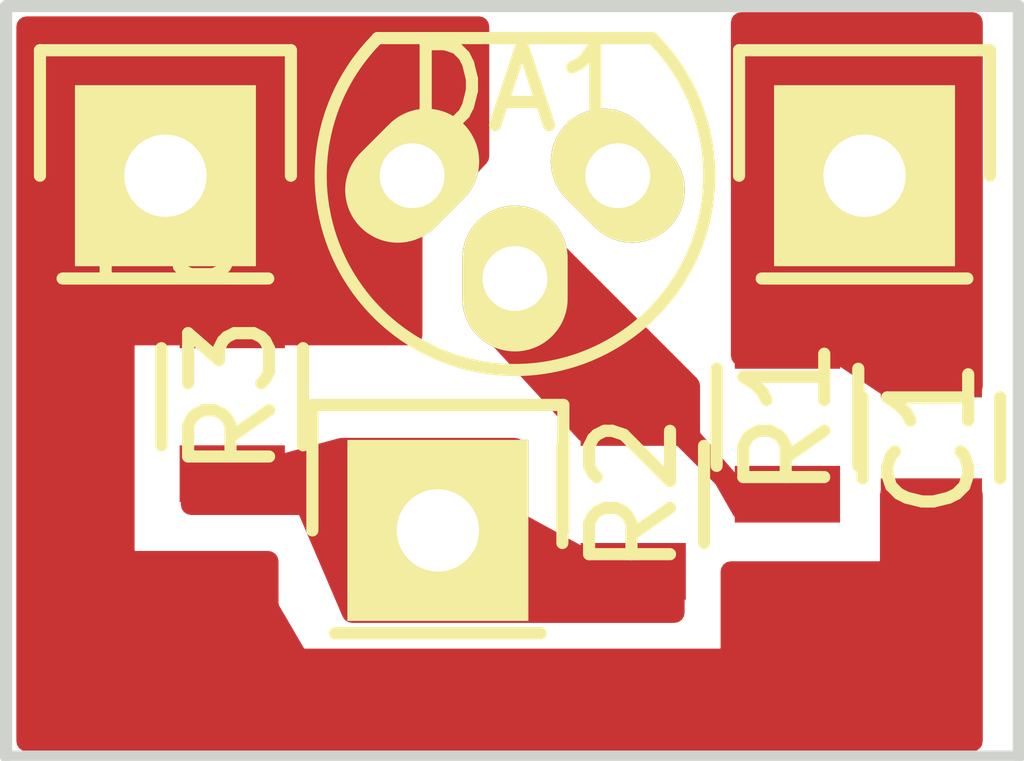
<source format=kicad_pcb>
(kicad_pcb (version 4) (host pcbnew 4.0.0~rc1a-stable)

  (general
    (links 9)
    (no_connects 0)
    (area 12.116999 11.8925 24.847001 21.538001)
    (thickness 1.6)
    (drawings 4)
    (tracks 25)
    (zones 0)
    (modules 8)
    (nets 6)
  )

  (page A4)
  (layers
    (0 F.Cu signal)
    (31 B.Cu signal)
    (32 B.Adhes user)
    (33 F.Adhes user)
    (34 B.Paste user)
    (35 F.Paste user)
    (36 B.SilkS user)
    (37 F.SilkS user)
    (38 B.Mask user)
    (39 F.Mask user)
    (40 Dwgs.User user)
    (41 Cmts.User user)
    (42 Eco1.User user)
    (43 Eco2.User user)
    (44 Edge.Cuts user)
    (45 Margin user)
    (46 B.CrtYd user)
    (47 F.CrtYd user)
    (48 B.Fab user)
    (49 F.Fab user)
  )

  (setup
    (last_trace_width 0.25)
    (trace_clearance 0.2)
    (zone_clearance 0)
    (zone_45_only no)
    (trace_min 0.2)
    (segment_width 0.2)
    (edge_width 0.15)
    (via_size 0.6)
    (via_drill 0.4)
    (via_min_size 0.4)
    (via_min_drill 0.3)
    (uvia_size 0.3)
    (uvia_drill 0.1)
    (uvias_allowed no)
    (uvia_min_size 0.2)
    (uvia_min_drill 0.1)
    (pcb_text_width 0.3)
    (pcb_text_size 1.5 1.5)
    (mod_edge_width 0.15)
    (mod_text_size 1 1)
    (mod_text_width 0.15)
    (pad_size 1.524 1.524)
    (pad_drill 0.762)
    (pad_to_mask_clearance 0.2)
    (aux_axis_origin 0 0)
    (visible_elements FFFFFF7F)
    (pcbplotparams
      (layerselection 0x00030_80000001)
      (usegerberextensions false)
      (excludeedgelayer true)
      (linewidth 0.100000)
      (plotframeref false)
      (viasonmask false)
      (mode 1)
      (useauxorigin false)
      (hpglpennumber 1)
      (hpglpenspeed 20)
      (hpglpendiameter 15)
      (hpglpenoverlay 2)
      (psnegative false)
      (psa4output false)
      (plotreference true)
      (plotvalue true)
      (plotinvisibletext false)
      (padsonsilk false)
      (subtractmaskfromsilk false)
      (outputformat 1)
      (mirror false)
      (drillshape 1)
      (scaleselection 1)
      (outputdirectory /home/fossa/Projects/Electronics/PowerUnitCoolerController/Hardware/))
  )

  (net 0 "")
  (net 1 "Net-(C1-Pad1)")
  (net 2 "Net-(C1-Pad2)")
  (net 3 "Net-(DA1-Pad2)")
  (net 4 "Net-(DA1-Pad1)")
  (net 5 "Net-(P2-Pad1)")

  (net_class Default "This is the default net class."
    (clearance 0.2)
    (trace_width 0.25)
    (via_dia 0.6)
    (via_drill 0.4)
    (uvia_dia 0.3)
    (uvia_drill 0.1)
    (add_net "Net-(C1-Pad1)")
    (add_net "Net-(C1-Pad2)")
    (add_net "Net-(DA1-Pad1)")
    (add_net "Net-(DA1-Pad2)")
    (add_net "Net-(P2-Pad1)")
  )

  (module Capacitors_SMD:C_0805 (layer F.Cu) (tedit 56A7F006) (tstamp 56A7EE73)
    (at 23.622 17.526 270)
    (descr "Capacitor SMD 0805, reflow soldering, AVX (see smccp.pdf)")
    (tags "capacitor 0805")
    (path /56A7EBC9)
    (attr smd)
    (fp_text reference C1 (at 0 0 270) (layer F.SilkS)
      (effects (font (size 1 1) (thickness 0.15)))
    )
    (fp_text value 0.1uF (at 0 0 270) (layer F.Fab)
      (effects (font (size 1 1) (thickness 0.15)))
    )
    (fp_line (start -1.8 -1) (end 1.8 -1) (layer F.CrtYd) (width 0.05))
    (fp_line (start -1.8 1) (end 1.8 1) (layer F.CrtYd) (width 0.05))
    (fp_line (start -1.8 -1) (end -1.8 1) (layer F.CrtYd) (width 0.05))
    (fp_line (start 1.8 -1) (end 1.8 1) (layer F.CrtYd) (width 0.05))
    (fp_line (start 0.5 -0.85) (end -0.5 -0.85) (layer F.SilkS) (width 0.15))
    (fp_line (start -0.5 0.85) (end 0.5 0.85) (layer F.SilkS) (width 0.15))
    (pad 1 smd rect (at -1 0 270) (size 1 1.25) (layers F.Cu F.Paste F.Mask)
      (net 1 "Net-(C1-Pad1)"))
    (pad 2 smd rect (at 1 0 270) (size 1 1.25) (layers F.Cu F.Paste F.Mask)
      (net 2 "Net-(C1-Pad2)"))
    (model Capacitors_SMD.3dshapes/C_0805.wrl
      (at (xyz 0 0 0))
      (scale (xyz 1 1 1))
      (rotate (xyz 0 0 0))
    )
  )

  (module Housings_TO-92:TO-92_Molded_Narrow_Oval (layer F.Cu) (tedit 56A7F470) (tstamp 56A7EE7A)
    (at 19.7485 14.2875 180)
    (descr "TO-92 leads molded, narrow, oval pads, drill 0.8mm (see NXP sot054_po.pdf)")
    (tags "to-92 sc-43 sc-43a sot54 PA33 transistor")
    (path /56A7EAD6)
    (fp_text reference DA1 (at 1.2065 1.0795 180) (layer F.SilkS)
      (effects (font (size 1 1) (thickness 0.15)))
    )
    (fp_text value LM335 (at 1.27 1.27 360) (layer F.Fab)
      (effects (font (size 1 1) (thickness 0.15)))
    )
    (fp_line (start -1.4 1.95) (end -1.4 -2.65) (layer F.CrtYd) (width 0.05))
    (fp_line (start -1.4 1.95) (end 3.95 1.95) (layer F.CrtYd) (width 0.05))
    (fp_line (start -0.43 1.7) (end 2.97 1.7) (layer F.SilkS) (width 0.15))
    (fp_arc (start 1.27 0) (end 1.27 -2.4) (angle -135) (layer F.SilkS) (width 0.15))
    (fp_arc (start 1.27 0) (end 1.27 -2.4) (angle 135) (layer F.SilkS) (width 0.15))
    (fp_line (start -1.4 -2.65) (end 3.95 -2.65) (layer F.CrtYd) (width 0.05))
    (fp_line (start 3.95 1.95) (end 3.95 -2.65) (layer F.CrtYd) (width 0.05))
    (pad 2 thru_hole oval (at 1.27 -1.27 270) (size 1.80086 1.30048) (drill 0.8) (layers *.Cu *.Mask F.SilkS)
      (net 3 "Net-(DA1-Pad2)"))
    (pad 1 thru_hole oval (at 0 0 225) (size 1.30048 1.80086) (drill 0.8) (layers *.Cu *.Mask F.SilkS)
      (net 4 "Net-(DA1-Pad1)"))
    (pad 3 thru_hole oval (at 2.54 0 225) (size 1.80086 1.30048) (drill 0.8) (layers *.Cu *.Mask F.SilkS)
      (net 2 "Net-(C1-Pad2)"))
    (model Housings_TO-92.3dshapes/TO-92_Molded_Narrow_Oval.wrl
      (at (xyz 0.05 0 0))
      (scale (xyz 1 1 1))
      (rotate (xyz 0 0 -90))
    )
  )

  (module Pin_Headers:Pin_Header_Straight_1x01 (layer F.Cu) (tedit 56A7F016) (tstamp 56A7EE7F)
    (at 22.7965 14.2875)
    (descr "Through hole pin header")
    (tags "pin header")
    (path /56A7F7FB)
    (fp_text reference P1 (at 0 0.508) (layer F.SilkS)
      (effects (font (size 1 1) (thickness 0.15)))
    )
    (fp_text value VCC (at 0 -1.016) (layer F.Fab)
      (effects (font (size 1 1) (thickness 0.15)))
    )
    (fp_line (start 1.55 -1.55) (end 1.55 0) (layer F.SilkS) (width 0.15))
    (fp_line (start -1.75 -1.75) (end -1.75 1.75) (layer F.CrtYd) (width 0.05))
    (fp_line (start 1.75 -1.75) (end 1.75 1.75) (layer F.CrtYd) (width 0.05))
    (fp_line (start -1.75 -1.75) (end 1.75 -1.75) (layer F.CrtYd) (width 0.05))
    (fp_line (start -1.75 1.75) (end 1.75 1.75) (layer F.CrtYd) (width 0.05))
    (fp_line (start -1.55 0) (end -1.55 -1.55) (layer F.SilkS) (width 0.15))
    (fp_line (start -1.55 -1.55) (end 1.55 -1.55) (layer F.SilkS) (width 0.15))
    (fp_line (start -1.27 1.27) (end 1.27 1.27) (layer F.SilkS) (width 0.15))
    (pad 1 thru_hole rect (at 0 0) (size 2.2352 2.2352) (drill 1.016) (layers *.Cu *.Mask F.SilkS)
      (net 1 "Net-(C1-Pad1)"))
    (model Pin_Headers.3dshapes/Pin_Header_Straight_1x01.wrl
      (at (xyz 0 0 0))
      (scale (xyz 1 1 1))
      (rotate (xyz 0 0 90))
    )
  )

  (module Pin_Headers:Pin_Header_Straight_1x01 (layer F.Cu) (tedit 56A7F01B) (tstamp 56A7EE84)
    (at 17.526 18.669)
    (descr "Through hole pin header")
    (tags "pin header")
    (path /56A7F662)
    (fp_text reference P2 (at 0 0.508) (layer F.SilkS)
      (effects (font (size 1 1) (thickness 0.15)))
    )
    (fp_text value OUT (at 0 -0.762) (layer F.Fab)
      (effects (font (size 1 1) (thickness 0.15)))
    )
    (fp_line (start 1.55 -1.55) (end 1.55 0) (layer F.SilkS) (width 0.15))
    (fp_line (start -1.75 -1.75) (end -1.75 1.75) (layer F.CrtYd) (width 0.05))
    (fp_line (start 1.75 -1.75) (end 1.75 1.75) (layer F.CrtYd) (width 0.05))
    (fp_line (start -1.75 -1.75) (end 1.75 -1.75) (layer F.CrtYd) (width 0.05))
    (fp_line (start -1.75 1.75) (end 1.75 1.75) (layer F.CrtYd) (width 0.05))
    (fp_line (start -1.55 0) (end -1.55 -1.55) (layer F.SilkS) (width 0.15))
    (fp_line (start -1.55 -1.55) (end 1.55 -1.55) (layer F.SilkS) (width 0.15))
    (fp_line (start -1.27 1.27) (end 1.27 1.27) (layer F.SilkS) (width 0.15))
    (pad 1 thru_hole rect (at 0 0) (size 2.2352 2.2352) (drill 1.016) (layers *.Cu *.Mask F.SilkS)
      (net 5 "Net-(P2-Pad1)"))
    (model Pin_Headers.3dshapes/Pin_Header_Straight_1x01.wrl
      (at (xyz 0 0 0))
      (scale (xyz 1 1 1))
      (rotate (xyz 0 0 90))
    )
  )

  (module Pin_Headers:Pin_Header_Straight_1x01 (layer F.Cu) (tedit 56A7F03B) (tstamp 56A7EE89)
    (at 14.1605 14.2875)
    (descr "Through hole pin header")
    (tags "pin header")
    (path /56A7F455)
    (fp_text reference P3 (at 0 0.762) (layer F.SilkS)
      (effects (font (size 1 1) (thickness 0.15)))
    )
    (fp_text value GND (at 0 1.27) (layer F.Fab)
      (effects (font (size 1 1) (thickness 0.15)))
    )
    (fp_line (start 1.55 -1.55) (end 1.55 0) (layer F.SilkS) (width 0.15))
    (fp_line (start -1.75 -1.75) (end -1.75 1.75) (layer F.CrtYd) (width 0.05))
    (fp_line (start 1.75 -1.75) (end 1.75 1.75) (layer F.CrtYd) (width 0.05))
    (fp_line (start -1.75 -1.75) (end 1.75 -1.75) (layer F.CrtYd) (width 0.05))
    (fp_line (start -1.75 1.75) (end 1.75 1.75) (layer F.CrtYd) (width 0.05))
    (fp_line (start -1.55 0) (end -1.55 -1.55) (layer F.SilkS) (width 0.15))
    (fp_line (start -1.55 -1.55) (end 1.55 -1.55) (layer F.SilkS) (width 0.15))
    (fp_line (start -1.27 1.27) (end 1.27 1.27) (layer F.SilkS) (width 0.15))
    (pad 1 thru_hole rect (at 0 0) (size 2.2352 2.2352) (drill 1.016) (layers *.Cu *.Mask F.SilkS)
      (net 2 "Net-(C1-Pad2)"))
    (model Pin_Headers.3dshapes/Pin_Header_Straight_1x01.wrl
      (at (xyz 0 0 0))
      (scale (xyz 1 1 1))
      (rotate (xyz 0 0 90))
    )
  )

  (module Resistors_SMD:R_0805 (layer F.Cu) (tedit 56A7EFFF) (tstamp 56A7EE8F)
    (at 21.844 17.272 270)
    (descr "Resistor SMD 0805, reflow soldering, Vishay (see dcrcw.pdf)")
    (tags "resistor 0805")
    (path /56A7ECF2)
    (attr smd)
    (fp_text reference R1 (at 0 0 270) (layer F.SilkS)
      (effects (font (size 1 1) (thickness 0.15)))
    )
    (fp_text value 4k7 (at 0 0 270) (layer F.Fab)
      (effects (font (size 1 1) (thickness 0.15)))
    )
    (fp_line (start -1.6 -1) (end 1.6 -1) (layer F.CrtYd) (width 0.05))
    (fp_line (start -1.6 1) (end 1.6 1) (layer F.CrtYd) (width 0.05))
    (fp_line (start -1.6 -1) (end -1.6 1) (layer F.CrtYd) (width 0.05))
    (fp_line (start 1.6 -1) (end 1.6 1) (layer F.CrtYd) (width 0.05))
    (fp_line (start 0.6 0.875) (end -0.6 0.875) (layer F.SilkS) (width 0.15))
    (fp_line (start -0.6 -0.875) (end 0.6 -0.875) (layer F.SilkS) (width 0.15))
    (pad 1 smd rect (at -0.95 0 270) (size 0.7 1.3) (layers F.Cu F.Paste F.Mask)
      (net 1 "Net-(C1-Pad1)"))
    (pad 2 smd rect (at 0.95 0 270) (size 0.7 1.3) (layers F.Cu F.Paste F.Mask)
      (net 3 "Net-(DA1-Pad2)"))
    (model Resistors_SMD.3dshapes/R_0805.wrl
      (at (xyz 0 0 0))
      (scale (xyz 1 1 1))
      (rotate (xyz 0 0 0))
    )
  )

  (module Resistors_SMD:R_0805 (layer F.Cu) (tedit 56A7F027) (tstamp 56A7EE95)
    (at 19.939 18.2245 270)
    (descr "Resistor SMD 0805, reflow soldering, Vishay (see dcrcw.pdf)")
    (tags "resistor 0805")
    (path /56A7EE95)
    (attr smd)
    (fp_text reference R2 (at 0 0 270) (layer F.SilkS)
      (effects (font (size 1 1) (thickness 0.15)))
    )
    (fp_text value 10k (at 0 0 270) (layer F.Fab)
      (effects (font (size 1 1) (thickness 0.15)))
    )
    (fp_line (start -1.6 -1) (end 1.6 -1) (layer F.CrtYd) (width 0.05))
    (fp_line (start -1.6 1) (end 1.6 1) (layer F.CrtYd) (width 0.05))
    (fp_line (start -1.6 -1) (end -1.6 1) (layer F.CrtYd) (width 0.05))
    (fp_line (start 1.6 -1) (end 1.6 1) (layer F.CrtYd) (width 0.05))
    (fp_line (start 0.6 0.875) (end -0.6 0.875) (layer F.SilkS) (width 0.15))
    (fp_line (start -0.6 -0.875) (end 0.6 -0.875) (layer F.SilkS) (width 0.15))
    (pad 1 smd rect (at -0.95 0 270) (size 0.7 1.3) (layers F.Cu F.Paste F.Mask)
      (net 3 "Net-(DA1-Pad2)"))
    (pad 2 smd rect (at 0.95 0 270) (size 0.7 1.3) (layers F.Cu F.Paste F.Mask)
      (net 5 "Net-(P2-Pad1)"))
    (model Resistors_SMD.3dshapes/R_0805.wrl
      (at (xyz 0 0 0))
      (scale (xyz 1 1 1))
      (rotate (xyz 0 0 0))
    )
  )

  (module Resistors_SMD:R_0805 (layer F.Cu) (tedit 56A7F031) (tstamp 56A7EE9B)
    (at 14.986 17.018 90)
    (descr "Resistor SMD 0805, reflow soldering, Vishay (see dcrcw.pdf)")
    (tags "resistor 0805")
    (path /56A7EF72)
    (attr smd)
    (fp_text reference R3 (at 0 0 90) (layer F.SilkS)
      (effects (font (size 1 1) (thickness 0.15)))
    )
    (fp_text value 20k (at 0 0 90) (layer F.Fab)
      (effects (font (size 1 1) (thickness 0.15)))
    )
    (fp_line (start -1.6 -1) (end 1.6 -1) (layer F.CrtYd) (width 0.05))
    (fp_line (start -1.6 1) (end 1.6 1) (layer F.CrtYd) (width 0.05))
    (fp_line (start -1.6 -1) (end -1.6 1) (layer F.CrtYd) (width 0.05))
    (fp_line (start 1.6 -1) (end 1.6 1) (layer F.CrtYd) (width 0.05))
    (fp_line (start 0.6 0.875) (end -0.6 0.875) (layer F.SilkS) (width 0.15))
    (fp_line (start -0.6 -0.875) (end 0.6 -0.875) (layer F.SilkS) (width 0.15))
    (pad 1 smd rect (at -0.95 0 90) (size 0.7 1.3) (layers F.Cu F.Paste F.Mask)
      (net 5 "Net-(P2-Pad1)"))
    (pad 2 smd rect (at 0.95 0 90) (size 0.7 1.3) (layers F.Cu F.Paste F.Mask)
      (net 2 "Net-(C1-Pad2)"))
    (model Resistors_SMD.3dshapes/R_0805.wrl
      (at (xyz 0 0 0))
      (scale (xyz 1 1 1))
      (rotate (xyz 0 0 0))
    )
  )

  (gr_line (start 12.192 21.463) (end 12.192 12.192) (angle 90) (layer Edge.Cuts) (width 0.15))
  (gr_line (start 24.7015 21.463) (end 12.192 21.463) (angle 90) (layer Edge.Cuts) (width 0.15))
  (gr_line (start 24.7015 12.192) (end 24.7015 21.463) (angle 90) (layer Edge.Cuts) (width 0.15))
  (gr_line (start 12.192 12.192) (end 24.7015 12.192) (angle 90) (layer Edge.Cuts) (width 0.15))

  (segment (start 21.844 16.322) (end 21.844 15.24) (width 0.25) (layer F.Cu) (net 1))
  (segment (start 21.844 15.24) (end 22.7965 14.2875) (width 0.25) (layer F.Cu) (net 1) (tstamp 56A7F3E2))
  (segment (start 23.622 16.526) (end 22.048 16.526) (width 0.25) (layer F.Cu) (net 1))
  (segment (start 22.048 16.526) (end 21.844 16.322) (width 0.25) (layer F.Cu) (net 1) (tstamp 56A7F3DF))
  (segment (start 22.7965 14.2875) (end 22.7965 15.7005) (width 0.25) (layer F.Cu) (net 1))
  (segment (start 22.7965 15.7005) (end 23.622 16.526) (width 0.25) (layer F.Cu) (net 1) (tstamp 56A7F3DC))
  (segment (start 23.622 18.526) (end 23.622 20.066) (width 0.25) (layer F.Cu) (net 2))
  (segment (start 12.954 15.494) (end 14.1605 14.2875) (width 0.25) (layer F.Cu) (net 2) (tstamp 56A7F43A))
  (segment (start 12.954 20.066) (end 12.954 15.494) (width 0.25) (layer F.Cu) (net 2) (tstamp 56A7F436))
  (segment (start 13.462 20.574) (end 12.954 20.066) (width 0.25) (layer F.Cu) (net 2) (tstamp 56A7F42E))
  (segment (start 23.114 20.574) (end 13.462 20.574) (width 0.25) (layer F.Cu) (net 2) (tstamp 56A7F42A))
  (segment (start 23.622 20.066) (end 23.114 20.574) (width 0.25) (layer F.Cu) (net 2) (tstamp 56A7F426))
  (segment (start 14.1605 14.2875) (end 17.2085 14.2875) (width 0.25) (layer F.Cu) (net 2))
  (segment (start 14.986 16.068) (end 14.986 15.113) (width 0.25) (layer F.Cu) (net 2))
  (segment (start 14.986 15.113) (end 14.1605 14.2875) (width 0.25) (layer F.Cu) (net 2) (tstamp 56A7F41C))
  (segment (start 19.939 17.2745) (end 19.939 17.018) (width 0.25) (layer F.Cu) (net 3))
  (segment (start 19.939 17.018) (end 18.4785 15.5575) (width 0.25) (layer F.Cu) (net 3) (tstamp 56A7F403))
  (segment (start 21.844 18.222) (end 21.27 18.222) (width 0.25) (layer F.Cu) (net 3))
  (segment (start 21.27 18.222) (end 20.3225 17.2745) (width 0.25) (layer F.Cu) (net 3) (tstamp 56A7F3EA))
  (segment (start 20.3225 17.2745) (end 19.939 17.2745) (width 0.25) (layer F.Cu) (net 3) (tstamp 56A7F3ED))
  (segment (start 17.526 18.669) (end 17.145 18.669) (width 0.25) (layer F.Cu) (net 5))
  (segment (start 17.145 18.669) (end 16.444 17.968) (width 0.25) (layer F.Cu) (net 5) (tstamp 56A7F40C))
  (segment (start 16.444 17.968) (end 14.986 17.968) (width 0.25) (layer F.Cu) (net 5) (tstamp 56A7F412))
  (segment (start 19.939 19.1745) (end 18.0315 19.1745) (width 0.25) (layer F.Cu) (net 5))
  (segment (start 18.0315 19.1745) (end 17.526 18.669) (width 0.25) (layer F.Cu) (net 5) (tstamp 56A7F408))

  (zone (net 1) (net_name "Net-(C1-Pad1)") (layer F.Cu) (tstamp 56A7F4C2) (hatch edge 0.508)
    (connect_pads yes (clearance 0))
    (min_thickness 0.254)
    (fill yes (arc_segments 16) (thermal_gap 0.508) (thermal_bridge_width 0.508))
    (polygon
      (pts
        (xy 24.257 17.018) (xy 24.1935 17.003346) (xy 24.1935 17.018) (xy 23.0505 17.018) (xy 22.479 16.637)
        (xy 21.1455 16.637) (xy 21.1455 12.2555) (xy 24.257 12.2555) (xy 24.257 17.018)
      )
    )
    (filled_polygon
      (pts
        (xy 24.13 16.891) (xy 23.088952 16.891) (xy 22.549447 16.53133) (xy 22.479 16.51) (xy 21.2725 16.51)
        (xy 21.2725 12.394) (xy 24.13 12.394)
      )
    )
  )
  (zone (net 2) (net_name "Net-(C1-Pad2)") (layer F.Cu) (tstamp 56A7F50D) (hatch edge 0.508)
    (connect_pads yes (clearance 0))
    (min_thickness 0.254)
    (fill yes (arc_segments 16) (thermal_gap 0.508) (thermal_bridge_width 0.508))
    (polygon
      (pts
        (xy 18.161 14.097) (xy 17.3355 14.986) (xy 17.3355 16.383) (xy 13.7795 16.383) (xy 13.7795 18.923)
        (xy 15.5575 18.923) (xy 15.5575 19.585214) (xy 15.875 20.1295) (xy 21.0185 20.1295) (xy 21.0185 19.05)
        (xy 22.987 19.05) (xy 22.987 18.0975) (xy 24.257 18.0975) (xy 24.257 21.3995) (xy 12.319 21.3995)
        (xy 12.319 12.319) (xy 18.161 12.319) (xy 18.161 14.097)
      )
    )
    (filled_polygon
      (pts
        (xy 18.034 14.047128) (xy 17.242435 14.899583) (xy 17.216146 14.942599) (xy 17.2085 14.986) (xy 17.2085 16.256)
        (xy 13.7795 16.256) (xy 13.73009 16.266006) (xy 13.688465 16.294447) (xy 13.661185 16.336841) (xy 13.6525 16.383)
        (xy 13.6525 18.923) (xy 13.662506 18.97241) (xy 13.690947 19.014035) (xy 13.733341 19.041315) (xy 13.7795 19.05)
        (xy 15.4305 19.05) (xy 15.4305 19.585214) (xy 15.4478 19.649206) (xy 15.7653 20.193492) (xy 15.798839 20.231129)
        (xy 15.844379 20.252753) (xy 15.875 20.2565) (xy 21.0185 20.2565) (xy 21.06791 20.246494) (xy 21.109535 20.218053)
        (xy 21.136815 20.175659) (xy 21.1455 20.1295) (xy 21.1455 19.177) (xy 22.987 19.177) (xy 23.03641 19.166994)
        (xy 23.078035 19.138553) (xy 23.105315 19.096159) (xy 23.114 19.05) (xy 23.114 18.2245) (xy 24.13 18.2245)
        (xy 24.13 21.2725) (xy 12.446 21.2725) (xy 12.446 12.446) (xy 18.034 12.446)
      )
    )
  )
  (zone (net 5) (net_name "Net-(P2-Pad1)") (layer F.Cu) (tstamp 56A7F55E) (hatch edge 0.508)
    (connect_pads yes (clearance 0))
    (min_thickness 0.254)
    (fill yes (arc_segments 16) (thermal_gap 0.508) (thermal_bridge_width 0.508))
    (polygon
      (pts
        (xy 14.351 17.7165) (xy 15.621 17.7165) (xy 16.3195 17.526) (xy 18.6055 17.526) (xy 18.6055 18.4785)
        (xy 19.304 18.8595) (xy 20.574 18.8595) (xy 20.574 19.812) (xy 16.383 19.812) (xy 15.8115 18.4785)
        (xy 14.351 18.4785)
      )
    )
    (filled_polygon
      (pts
        (xy 18.4785 18.4785) (xy 18.488506 18.52791) (xy 18.516947 18.569535) (xy 18.544686 18.589993) (xy 19.243186 18.970993)
        (xy 19.304 18.9865) (xy 20.447 18.9865) (xy 20.447 19.685) (xy 16.466743 19.685) (xy 15.928231 18.428472)
        (xy 15.899571 18.386999) (xy 15.857033 18.359943) (xy 15.8115 18.3515) (xy 14.478 18.3515) (xy 14.478 17.8435)
        (xy 15.621 17.8435) (xy 15.654416 17.839025) (xy 16.336508 17.653) (xy 18.4785 17.653)
      )
    )
  )
  (zone (net 3) (net_name "Net-(DA1-Pad2)") (layer F.Cu) (tstamp 56A7F5A1) (hatch edge 0.508)
    (connect_pads yes (clearance 0))
    (min_thickness 0.254)
    (fill yes (arc_segments 16) (thermal_gap 0.508) (thermal_bridge_width 0.508))
    (polygon
      (pts
        (xy 17.907 15.113) (xy 18.4785 14.6685) (xy 19.05 15.113) (xy 20.7645 16.8275) (xy 20.7645 17.4625)
        (xy 21.209 17.9705) (xy 22.479 17.9705) (xy 22.479 18.542) (xy 21.209 18.542) (xy 20.955 18.0975)
        (xy 20.5105 17.653) (xy 20.447 17.5895) (xy 19.304 17.5895) (xy 17.907 16.0655)
      )
    )
    (filled_polygon
      (pts
        (xy 18.965784 15.20839) (xy 20.6375 16.880106) (xy 20.6375 17.4625) (xy 20.647506 17.51191) (xy 20.668923 17.54613)
        (xy 21.113423 18.05413) (xy 21.15349 18.084726) (xy 21.209 18.0975) (xy 22.352 18.0975) (xy 22.352 18.415)
        (xy 21.282701 18.415) (xy 21.065267 18.03449) (xy 21.044803 18.007697) (xy 20.536803 17.499697) (xy 20.494789 17.471834)
        (xy 20.447 17.4625) (xy 19.359868 17.4625) (xy 18.034 16.016099) (xy 18.034 15.175114) (xy 18.4785 14.829391)
      )
    )
  )
)

</source>
